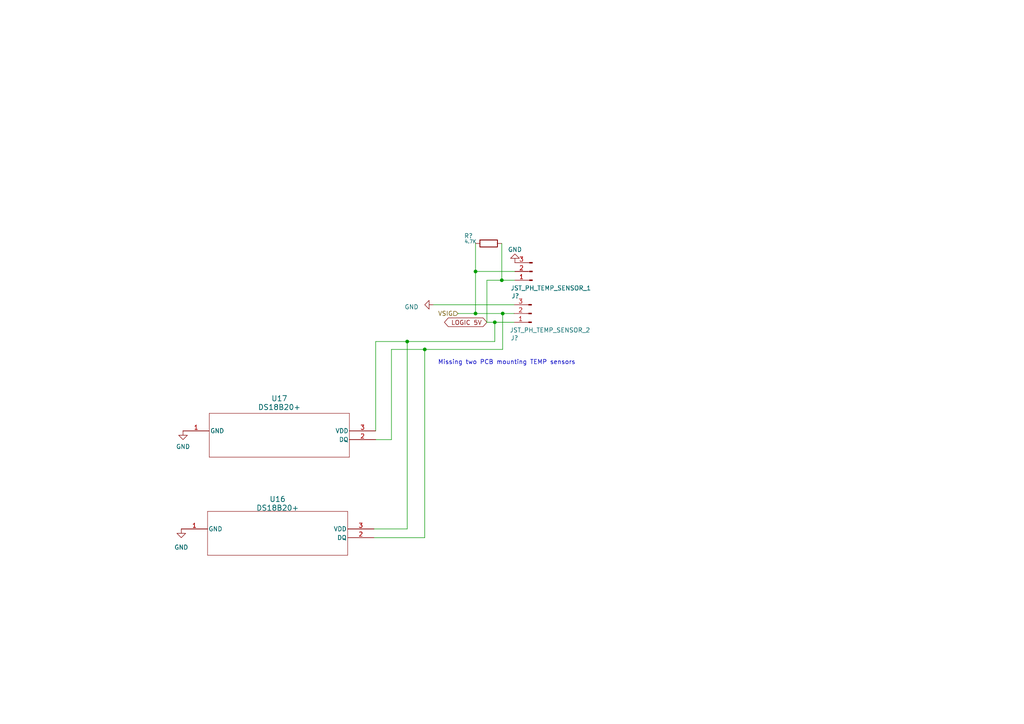
<source format=kicad_sch>
(kicad_sch (version 20230121) (generator eeschema)
  (paper "A4")
  (lib_symbols
    (symbol "Connector:Conn_01x03_Pin" (pin_names (offset 1.016) hide)
      (property "Reference" "J" (at 0 5.08 0))
      (property "Value" "Conn_01x03_Pin" (at 0 -5.08 0))
      (symbol "Conn_01x03_Pin_1_1"
        (polyline (pts (xy 1.27 -2.54) (xy 0.8636 -2.54)) (stroke (width 0.1524)))
        (polyline (pts (xy 1.27 0) (xy 0.8636 0)) (stroke (width 0.1524)))
        (polyline (pts (xy 1.27 2.54) (xy 0.8636 2.54)) (stroke (width 0.1524)))
        (rectangle (start 0.8636 -2.413) (end 0 -2.667) (stroke (width 0.1524)) (fill (type outline)))
        (rectangle (start 0.8636 0.127) (end 0 -0.127) (stroke (width 0.1524)) (fill (type outline)))
        (rectangle (start 0.8636 2.667) (end 0 2.413) (stroke (width 0.1524)) (fill (type outline)))
        (pin passive line (at 5.08 2.54 180) (length 3.81) (name "Pin_1") (number "1"))
        (pin passive line (at 5.08 0 180) (length 3.81) (name "Pin_2") (number "2"))
        (pin passive line (at 5.08 -2.54 180) (length 3.81) (name "Pin_3") (number "3"))
      )
    )
    (symbol "Device:R" (pin_numbers hide) (pin_names (offset 0))
      (property "Reference" "R" (at 2.032 0 90))
      (property "Value" "R" (at 0 0 90))
      (symbol "R_0_1"
        (rectangle (start -1.016 -2.54) (end 1.016 2.54) (stroke (width 0.254)))
      )
      (symbol "R_1_1"
        (pin passive line (at 0 3.81 270) (length 1.27) (name "~") (number "1"))
        (pin passive line (at 0 -3.81 90) (length 1.27) (name "~") (number "2"))
      )
    )
    (symbol "Mechatronics TEMP:DS18B20+" (pin_names (offset 0.254))
      (property "Reference" "U" (at 27.94 10.16 0))
      (property "Value" "DS18B20+" (at 27.94 7.62 0))
      (symbol "DS18B20+_0_1"
        (polyline (pts (xy 7.62 -7.62) (xy 48.26 -7.62)) (stroke (width 0.127)))
        (polyline (pts (xy 7.62 5.08) (xy 7.62 -7.62)) (stroke (width 0.127)))
        (polyline (pts (xy 48.26 -7.62) (xy 48.26 5.08)) (stroke (width 0.127)))
        (polyline (pts (xy 48.26 5.08) (xy 7.62 5.08)) (stroke (width 0.127)))
        (pin power_in line (at 0 0 0) (length 7.62) (name "GND") (number "1"))
        (pin bidirectional line (at 55.88 -2.54 180) (length 7.62) (name "DQ") (number "2"))
        (pin power_in line (at 55.88 0 180) (length 7.62) (name "VDD") (number "3"))
      )
    )
    (symbol "power:GND" (power) (pin_names (offset 0))
      (property "Value" "GND" (at 0 -3.81 0))
      (symbol "GND_0_1"
        (polyline (pts (xy 0 0) (xy 0 -1.27) (xy 1.27 -1.27) (xy 0 -2.54) (xy -1.27 -1.27) (xy 0 -1.27)))
      )
      (symbol "GND_1_1"
        (pin power_in line (at 0 0 270) (length 0) hide (name "GND") (number "1"))
      )
    )
  )
  (junction (at 118.11 99.06))
  (junction (at 137.922 78.74))
  (junction (at 137.922 90.932))
  (junction (at 145.542 81.28))
  (junction (at 143.51 93.472))
  (junction (at 145.796 90.932))
  (junction (at 123.19 101.346))
  (wire (pts (xy 132.842 90.932) (xy 137.922 90.932)))
  (wire (pts (xy 143.51 99.06) (xy 143.51 93.472)))
  (wire (pts (xy 145.796 90.932) (xy 137.922 90.932)))
  (wire (pts (xy 108.966 127.508) (xy 113.538 127.508)))
  (wire (pts (xy 118.11 99.06) (xy 143.51 99.06)))
  (wire (pts (xy 108.458 153.416) (xy 118.11 153.416)))
  (wire (pts (xy 141.224 81.28) (xy 141.224 93.472)))
  (wire (pts (xy 149.098 90.932) (xy 145.796 90.932)))
  (wire (pts (xy 143.51 93.472) (xy 149.098 93.472)))
  (wire (pts (xy 125.73 88.392) (xy 149.098 88.392)))
  (wire (pts (xy 108.966 99.06) (xy 118.11 99.06)))
  (wire (pts (xy 113.538 101.346) (xy 123.19 101.346)))
  (wire (pts (xy 137.922 70.612) (xy 137.922 78.74)))
  (wire (pts (xy 113.538 127.508) (xy 113.538 101.346)))
  (wire (pts (xy 118.11 153.416) (xy 118.11 99.06)))
  (wire (pts (xy 137.922 78.74) (xy 149.352 78.74)))
  (wire (pts (xy 137.922 78.74) (xy 137.922 90.932)))
  (wire (pts (xy 141.224 81.28) (xy 145.542 81.28)))
  (wire (pts (xy 141.224 93.472) (xy 143.51 93.472)))
  (wire (pts (xy 123.19 101.346) (xy 145.796 101.346)))
  (wire (pts (xy 145.542 70.612) (xy 145.542 81.28)))
  (wire (pts (xy 123.19 155.956) (xy 123.19 101.346)))
  (wire (pts (xy 108.966 124.968) (xy 108.966 99.06)))
  (wire (pts (xy 145.542 81.28) (xy 149.352 81.28)))
  (wire (pts (xy 108.458 155.956) (xy 123.19 155.956)))
  (wire (pts (xy 145.796 101.346) (xy 145.796 90.932)))
  (text "Missing two PCB mounting TEMP sensors" (at 127 105.918 0) (effects (font (size 1.27 1.27)) (justify left bottom)))
  (global_label "LOGIC 5V" (shape bidirectional) (at 141.224 93.472 180) (property "Intersheetrefs" "${INTERSHEET_REFS}" (effects hide)))
  (hierarchical_label "VSIG" (shape input) (at 132.842 90.932 180))
  (symbol (lib_id "Device:R") (at 141.732 70.612 270) (unit 1)
    (property "Reference" "R?" (at 135.89 68.4276 90))
    (property "Value" "4.7K" (at 136.4488 70.0532 90) (effects (font (size 1 1))))
    (property "Footprint" "Resistor_SMD:R_0603_1608Metric" (effects hide))
    (instances (project "MCU2" (path "" (reference "R?") (unit 1))) (project "rps01" (path "" (reference "R?") (unit 1)) (path "" (reference "R?") (unit 1)) (path "" (reference "R24") (unit 1))) (project "M_MUC" (path "" (reference "R?") (unit 1))))
  )
  (symbol (lib_id "Connector:Conn_01x03_Pin") (at 154.178 90.932 180) (unit 1)
    (property "Reference" "J?" (at 148.082 98.044 0) (effects (justify right)))
    (property "Value" "JST_PH_TEMP_SENSOR_2" (at 147.828 95.758 0) (effects (justify right)))
    (property "Footprint" "Connector_JST:JST_PH_B3B-PH-K_1x03_P2.00mm_Vertical" (effects hide))
    (instances (project "rps01" (path "" (reference "J?") (unit 1)) (path "" (reference "J?") (unit 1)) (path "" (reference "J12") (unit 1))))
  )
  (symbol (lib_id "power:GND") (at 53.086 124.968 0) (unit 1)
    (property "Reference" "#PWR044" (effects hide))
    (property "Value" "GND" (at 53.086 129.54 0))
  )
  (symbol (lib_id "power:GND") (at 149.352 76.2 180) (unit 1)
    (property "Reference" "#PWR046" (effects hide))
    (property "Value" "GND" (at 149.352 72.39 0))
  )
  (symbol (lib_id "power:GND") (at 125.73 88.392 270) (unit 1)
    (property "Reference" "#PWR045" (effects hide))
    (property "Value" "GND" (at 121.412 89.027 90) (effects (justify right)))
  )
  (symbol (lib_id "Mechatronics TEMP:DS18B20+") (at 52.578 153.416 0) (unit 1)
    (property "Reference" "U16" (at 80.518 144.78 0) (effects (font (size 1.524 1.524))))
    (property "Value" "DS18B20+" (at 80.518 147.32 0) (effects (font (size 1.524 1.524))))
    (property "Footprint" "Mechatronics TEMP:21-0248A_Q3-1_MXM" (effects hide))
    (property "Datasheet" "DS18B20+" (effects hide))
  )
  (symbol (lib_id "power:GND") (at 52.578 153.416 0) (unit 1)
    (property "Reference" "#PWR043" (effects hide))
    (property "Value" "GND" (at 52.578 158.75 0))
  )
  (symbol (lib_id "Mechatronics TEMP:DS18B20+") (at 53.086 124.968 0) (unit 1)
    (property "Reference" "U17" (at 81.026 115.57 0) (effects (font (size 1.524 1.524))))
    (property "Value" "DS18B20+" (at 81.026 118.11 0) (effects (font (size 1.524 1.524))))
    (property "Footprint" "Mechatronics TEMP:21-0248A_Q3-1_MXM" (effects hide))
    (property "Datasheet" "DS18B20+" (effects hide))
  )
  (symbol (lib_id "Connector:Conn_01x03_Pin") (at 154.432 78.74 180) (unit 1)
    (property "Reference" "J?" (at 148.336 85.852 0) (effects (justify right)))
    (property "Value" "JST_PH_TEMP_SENSOR_1" (at 148.082 83.566 0) (effects (justify right)))
    (property "Footprint" "Connector_JST:JST_PH_B3B-PH-K_1x03_P2.00mm_Vertical" (effects hide))
    (instances (project "rps01" (path "" (reference "J?") (unit 1)) (path "" (reference "J?") (unit 1)) (path "" (reference "J13") (unit 1))))
  )
)
</source>
